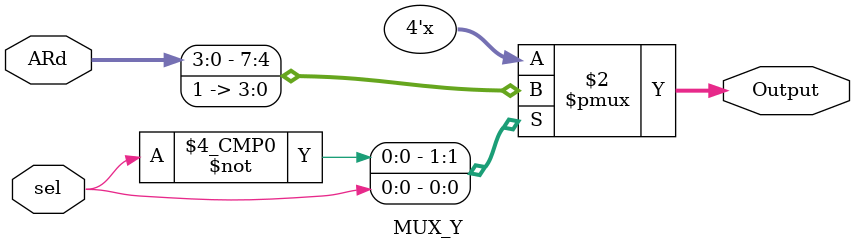
<source format=sv>
module MUX_Y(
	input [3:0] ARd,
	input sel,
	output reg [3:0] Output
);

always_comb begin
	case(sel)
		0: 		Output = ARd;
		1: 		Output = 15;
		default: Output = 0;
	endcase
end

endmodule
</source>
